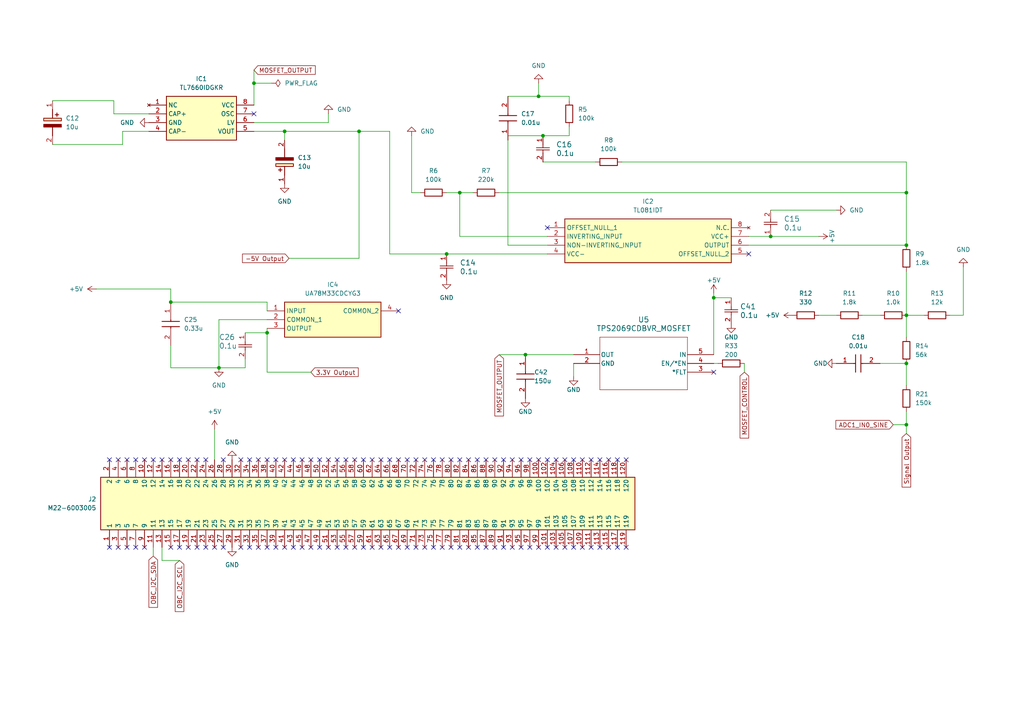
<source format=kicad_sch>
(kicad_sch (version 20230121) (generator eeschema)
  (paper "A4")
  (title_block (title "Power and Sine Generator"))
  (lib_symbols
    (symbol "Device:R" (pin_numbers hide) (pin_names (offset 0))
      (property "Reference" "R" (at 2.032 0 90))
      (property "Value" "R" (at 0 0 90))
      (symbol "R_0_1"
        (rectangle (start -1.016 -2.54) (end 1.016 2.54) (stroke (width 0.254)))
      )
      (symbol "R_1_1"
        (pin passive line (at 0 3.81 270) (length 1.27) (name "~") (number "1"))
        (pin passive line (at 0 -3.81 90) (length 1.27) (name "~") (number "2"))
      )
    )
    (symbol "capstone:C0805C103F5GACTU" (pin_names hide)
      (property "Reference" "C" (at 8.89 6.35 0))
      (property "Value" "C0805C103F5GACTU" (at 8.89 3.81 0))
      (symbol "C0805C103F5GACTU_1_1"
        (polyline (pts (xy 5.08 0) (xy 5.588 0)) (stroke (width 0.254)))
        (polyline (pts (xy 5.588 2.54) (xy 5.588 -2.54)) (stroke (width 0.254)))
        (polyline (pts (xy 7.112 0) (xy 7.62 0)) (stroke (width 0.254)))
        (polyline (pts (xy 7.112 2.54) (xy 7.112 -2.54)) (stroke (width 0.254)))
        (pin passive line (at 0 0 0) (length 5.08) (name "1") (number "1"))
        (pin passive line (at 12.7 0 180) (length 5.08) (name "2") (number "2"))
      )
    )
    (symbol "capstone:C0805C104K5RAC7210" (pin_names (offset 0.254))
      (property "Reference" "C" (at 3.81 3.81 0))
      (property "Value" "C0805C104K5RAC7210" (at 3.81 -3.81 0))
      (symbol "C0805C104K5RAC7210_1_1"
        (polyline (pts (xy 2.54 0) (xy 3.4798 0)) (stroke (width 0.2032)))
        (polyline (pts (xy 3.4798 -1.905) (xy 3.4798 1.905)) (stroke (width 0.2032)))
        (polyline (pts (xy 4.1148 -1.905) (xy 4.1148 1.905)) (stroke (width 0.2032)))
        (polyline (pts (xy 4.1148 0) (xy 5.08 0)) (stroke (width 0.2032)))
        (pin unspecified line (at 0 0 0) (length 2.54) (name "") (number "1"))
        (pin unspecified line (at 7.62 0 180) (length 2.54) (name "") (number "2"))
      )
      (symbol "C0805C104K5RAC7210_1_2"
        (polyline (pts (xy -1.905 -4.1148) (xy 1.905 -4.1148)) (stroke (width 0.2032)))
        (polyline (pts (xy -1.905 -3.4798) (xy 1.905 -3.4798)) (stroke (width 0.2032)))
        (polyline (pts (xy 0 -4.1148) (xy 0 -5.08)) (stroke (width 0.2032)))
        (polyline (pts (xy 0 -2.54) (xy 0 -3.4798)) (stroke (width 0.2032)))
        (pin unspecified line (at 0 0 270) (length 2.54) (name "") (number "1"))
        (pin unspecified line (at 0 -7.62 90) (length 2.54) (name "") (number "2"))
      )
    )
    (symbol "capstone:C0805C334K3RACAUTO7210" (pin_names hide)
      (property "Reference" "C" (at 8.89 6.35 0))
      (property "Value" "0.33u" (at 8.89 3.81 0))
      (symbol "C0805C334K3RACAUTO7210_1_1"
        (polyline (pts (xy 5.08 0) (xy 5.588 0)) (stroke (width 0.254)))
        (polyline (pts (xy 5.588 2.54) (xy 5.588 -2.54)) (stroke (width 0.254)))
        (polyline (pts (xy 7.112 0) (xy 7.62 0)) (stroke (width 0.254)))
        (polyline (pts (xy 7.112 2.54) (xy 7.112 -2.54)) (stroke (width 0.254)))
        (pin passive line (at 0 0 0) (length 5.08) (name "1") (number "1"))
        (pin passive line (at 12.7 0 180) (length 5.08) (name "2") (number "2"))
      )
    )
    (symbol "capstone:CL32A157MQVNNNE_150u" (pin_names hide)
      (property "Reference" "C" (at 8.89 6.35 0))
      (property "Value" "CL32A157MQVNNNE_150u" (at 8.89 3.81 0))
      (symbol "CL32A157MQVNNNE_150u_1_1"
        (polyline (pts (xy 5.08 0) (xy 5.588 0)) (stroke (width 0.254)))
        (polyline (pts (xy 5.588 2.54) (xy 5.588 -2.54)) (stroke (width 0.254)))
        (polyline (pts (xy 7.112 0) (xy 7.62 0)) (stroke (width 0.254)))
        (polyline (pts (xy 7.112 2.54) (xy 7.112 -2.54)) (stroke (width 0.254)))
        (pin passive line (at 0 0 0) (length 5.08) (name "1") (number "1"))
        (pin passive line (at 12.7 0 180) (length 5.08) (name "2") (number "2"))
      )
    )
    (symbol "capstone:M22-6003005"
      (property "Reference" "J" (at 21.59 7.62 0))
      (property "Value" "M22-6003005" (at 21.59 5.08 0))
      (symbol "M22-6003005_1_1"
        (rectangle (start 5.08 2.54) (end 20.32 -152.4) (stroke (width 0.254)) (fill (type background)))
        (pin passive line (at 0 0 0) (length 5.08) (name "1") (number "1"))
        (pin passive line (at 25.4 -10.16 180) (length 5.08) (name "10") (number "10"))
        (pin passive line (at 25.4 -124.46 180) (length 5.08) (name "100") (number "100"))
        (pin passive line (at 0 -127 0) (length 5.08) (name "101") (number "101"))
        (pin passive line (at 25.4 -127 180) (length 5.08) (name "102") (number "102"))
        (pin passive line (at 0 -129.54 0) (length 5.08) (name "103") (number "103"))
        (pin passive line (at 25.4 -129.54 180) (length 5.08) (name "104") (number "104"))
        (pin passive line (at 0 -132.08 0) (length 5.08) (name "105") (number "105"))
        (pin passive line (at 25.4 -132.08 180) (length 5.08) (name "106") (number "106"))
        (pin passive line (at 0 -134.62 0) (length 5.08) (name "107") (number "107"))
        (pin passive line (at 25.4 -134.62 180) (length 5.08) (name "108") (number "108"))
        (pin passive line (at 0 -137.16 0) (length 5.08) (name "109") (number "109"))
        (pin passive line (at 0 -12.7 0) (length 5.08) (name "11") (number "11"))
        (pin passive line (at 25.4 -137.16 180) (length 5.08) (name "110") (number "110"))
        (pin passive line (at 0 -139.7 0) (length 5.08) (name "111") (number "111"))
        (pin passive line (at 25.4 -139.7 180) (length 5.08) (name "112") (number "112"))
        (pin passive line (at 0 -142.24 0) (length 5.08) (name "113") (number "113"))
        (pin passive line (at 25.4 -142.24 180) (length 5.08) (name "114") (number "114"))
        (pin passive line (at 0 -144.78 0) (length 5.08) (name "115") (number "115"))
        (pin passive line (at 25.4 -144.78 180) (length 5.08) (name "116") (number "116"))
        (pin passive line (at 0 -147.32 0) (length 5.08) (name "117") (number "117"))
        (pin passive line (at 25.4 -147.32 180) (length 5.08) (name "118") (number "118"))
        (pin passive line (at 0 -149.86 0) (length 5.08) (name "119") (number "119"))
        (pin passive line (at 25.4 -12.7 180) (length 5.08) (name "12") (number "12"))
        (pin passive line (at 25.4 -149.86 180) (length 5.08) (name "120") (number "120"))
        (pin passive line (at 0 -15.24 0) (length 5.08) (name "13") (number "13"))
        (pin passive line (at 25.4 -15.24 180) (length 5.08) (name "14") (number "14"))
        (pin passive line (at 0 -17.78 0) (length 5.08) (name "15") (number "15"))
        (pin passive line (at 25.4 -17.78 180) (length 5.08) (name "16") (number "16"))
        (pin passive line (at 0 -20.32 0) (length 5.08) (name "17") (number "17"))
        (pin passive line (at 25.4 -20.32 180) (length 5.08) (name "18") (number "18"))
        (pin passive line (at 0 -22.86 0) (length 5.08) (name "19") (number "19"))
        (pin passive line (at 25.4 0 180) (length 5.08) (name "2") (number "2"))
        (pin passive line (at 25.4 -22.86 180) (length 5.08) (name "20") (number "20"))
        (pin passive line (at 0 -25.4 0) (length 5.08) (name "21") (number "21"))
        (pin passive line (at 25.4 -25.4 180) (length 5.08) (name "22") (number "22"))
        (pin passive line (at 0 -27.94 0) (length 5.08) (name "23") (number "23"))
        (pin passive line (at 25.4 -27.94 180) (length 5.08) (name "24") (number "24"))
        (pin passive line (at 0 -30.48 0) (length 5.08) (name "25") (number "25"))
        (pin passive line (at 25.4 -30.48 180) (length 5.08) (name "26") (number "26"))
        (pin passive line (at 0 -33.02 0) (length 5.08) (name "27") (number "27"))
        (pin passive line (at 25.4 -33.02 180) (length 5.08) (name "28") (number "28"))
        (pin passive line (at 0 -35.56 0) (length 5.08) (name "29") (number "29"))
        (pin passive line (at 0 -2.54 0) (length 5.08) (name "3") (number "3"))
        (pin passive line (at 25.4 -35.56 180) (length 5.08) (name "30") (number "30"))
        (pin passive line (at 0 -38.1 0) (length 5.08) (name "31") (number "31"))
        (pin passive line (at 25.4 -38.1 180) (length 5.08) (name "32") (number "32"))
        (pin passive line (at 0 -40.64 0) (length 5.08) (name "33") (number "33"))
        (pin passive line (at 25.4 -40.64 180) (length 5.08) (name "34") (number "34"))
        (pin passive line (at 0 -43.18 0) (length 5.08) (name "35") (number "35"))
        (pin passive line (at 25.4 -43.18 180) (length 5.08) (name "36") (number "36"))
        (pin passive line (at 0 -45.72 0) (length 5.08) (name "37") (number "37"))
        (pin passive line (at 25.4 -45.72 180) (length 5.08) (name "38") (number "38"))
        (pin passive line (at 0 -48.26 0) (length 5.08) (name "39") (number "39"))
        (pin passive line (at 25.4 -2.54 180) (length 5.08) (name "4") (number "4"))
        (pin passive line (at 25.4 -48.26 180) (length 5.08) (name "40") (number "40"))
        (pin passive line (at 0 -50.8 0) (length 5.08) (name "41") (number "41"))
        (pin passive line (at 25.4 -50.8 180) (length 5.08) (name "42") (number "42"))
        (pin passive line (at 0 -53.34 0) (length 5.08) (name "43") (number "43"))
        (pin passive line (at 25.4 -53.34 180) (length 5.08) (name "44") (number "44"))
        (pin passive line (at 0 -55.88 0) (length 5.08) (name "45") (number "45"))
        (pin passive line (at 25.4 -55.88 180) (length 5.08) (name "46") (number "46"))
        (pin passive line (at 0 -58.42 0) (length 5.08) (name "47") (number "47"))
        (pin passive line (at 25.4 -58.42 180) (length 5.08) (name "48") (number "48"))
        (pin passive line (at 0 -60.96 0) (length 5.08) (name "49") (number "49"))
        (pin passive line (at 0 -5.08 0) (length 5.08) (name "5") (number "5"))
        (pin passive line (at 25.4 -60.96 180) (length 5.08) (name "50") (number "50"))
        (pin passive line (at 0 -63.5 0) (length 5.08) (name "51") (number "51"))
        (pin passive line (at 25.4 -63.5 180) (length 5.08) (name "52") (number "52"))
        (pin passive line (at 0 -66.04 0) (length 5.08) (name "53") (number "53"))
        (pin passive line (at 25.4 -66.04 180) (length 5.08) (name "54") (number "54"))
        (pin passive line (at 0 -68.58 0) (length 5.08) (name "55") (number "55"))
        (pin passive line (at 25.4 -68.58 180) (length 5.08) (name "56") (number "56"))
        (pin passive line (at 0 -71.12 0) (length 5.08) (name "57") (number "57"))
        (pin passive line (at 25.4 -71.12 180) (length 5.08) (name "58") (number "58"))
        (pin passive line (at 0 -73.66 0) (length 5.08) (name "59") (number "59"))
        (pin passive line (at 25.4 -5.08 180) (length 5.08) (name "6") (number "6"))
        (pin passive line (at 25.4 -73.66 180) (length 5.08) (name "60") (number "60"))
        (pin passive line (at 0 -76.2 0) (length 5.08) (name "61") (number "61"))
        (pin passive line (at 25.4 -76.2 180) (length 5.08) (name "62") (number "62"))
        (pin passive line (at 0 -78.74 0) (length 5.08) (name "63") (number "63"))
        (pin passive line (at 25.4 -78.74 180) (length 5.08) (name "64") (number "64"))
        (pin passive line (at 0 -81.28 0) (length 5.08) (name "65") (number "65"))
        (pin passive line (at 25.4 -81.28 180) (length 5.08) (name "66") (number "66"))
        (pin passive line (at 0 -83.82 0) (length 5.08) (name "67") (number "67"))
        (pin passive line (at 25.4 -83.82 180) (length 5.08) (name "68") (number "68"))
        (pin passive line (at 0 -86.36 0) (length 5.08) (name "69") (number "69"))
        (pin passive line (at 0 -7.62 0) (length 5.08) (name "7") (number "7"))
        (pin passive line (at 25.4 -86.36 180) (length 5.08) (name "70") (number "70"))
        (pin passive line (at 0 -88.9 0) (length 5.08) (name "71") (number "71"))
        (pin passive line (at 25.4 -88.9 180) (length 5.08) (name "72") (number "72"))
        (pin passive line (at 0 -91.44 0) (length 5.08) (name "73") (number "73"))
        (pin passive line (at 25.4 -91.44 180) (length 5.08) (name "74") (number "74"))
        (pin passive line (at 0 -93.98 0) (length 5.08) (name "75") (number "75"))
        (pin passive line (at 25.4 -93.98 180) (length 5.08) (name "76") (number "76"))
        (pin passive line (at 0 -96.52 0) (length 5.08) (name "77") (number "77"))
        (pin passive line (at 25.4 -96.52 180) (length 5.08) (name "78") (number "78"))
        (pin passive line (at 0 -99.06 0) (length 5.08) (name "79") (number "79"))
        (pin passive line (at 25.4 -7.62 180) (length 5.08) (name "8") (number "8"))
        (pin passive line (at 25.4 -99.06 180) (length 5.08) (name "80") (number "80"))
        (pin passive line (at 0 -101.6 0) (length 5.08) (name "81") (number "81"))
        (pin passive line (at 25.4 -101.6 180) (length 5.08) (name "82") (number "82"))
        (pin passive line (at 0 -104.14 0) (length 5.08) (name "83") (number "83"))
        (pin passive line (at 25.4 -104.14 180) (length 5.08) (name "84") (number "84"))
        (pin passive line (at 0 -106.68 0) (length 5.08) (name "85") (number "85"))
        (pin passive line (at 25.4 -106.68 180) (length 5.08) (name "86") (number "86"))
        (pin passive line (at 0 -109.22 0) (length 5.08) (name "87") (number "87"))
        (pin passive line (at 25.4 -109.22 180) (length 5.08) (name "88") (number "88"))
        (pin passive line (at 0 -111.76 0) (length 5.08) (name "89") (number "89"))
        (pin passive line (at 0 -10.16 0) (length 5.08) (name "9") (number "9"))
        (pin passive line (at 25.4 -111.76 180) (length 5.08) (name "90") (number "90"))
        (pin passive line (at 0 -114.3 0) (length 5.08) (name "91") (number "91"))
        (pin passive line (at 25.4 -114.3 180) (length 5.08) (name "92") (number "92"))
        (pin passive line (at 0 -116.84 0) (length 5.08) (name "93") (number "93"))
        (pin passive line (at 25.4 -116.84 180) (length 5.08) (name "94") (number "94"))
        (pin passive line (at 0 -119.38 0) (length 5.08) (name "95") (number "95"))
        (pin passive line (at 25.4 -119.38 180) (length 5.08) (name "96") (number "96"))
        (pin passive line (at 0 -121.92 0) (length 5.08) (name "97") (number "97"))
        (pin passive line (at 25.4 -121.92 180) (length 5.08) (name "98") (number "98"))
        (pin passive line (at 0 -124.46 0) (length 5.08) (name "99") (number "99"))
      )
    )
    (symbol "capstone:T495D106K035ATE300" (pin_names hide)
      (property "Reference" "C" (at 8.89 6.35 0))
      (property "Value" "T495D106K035ATE300" (at 8.89 3.81 0))
      (symbol "T495D106K035ATE300_1_1"
        (polyline (pts (xy 2.54 0) (xy 5.08 0)) (stroke (width 0.254)))
        (polyline (pts (xy 4.064 1.778) (xy 4.064 0.762)) (stroke (width 0.254)))
        (polyline (pts (xy 4.572 1.27) (xy 3.556 1.27)) (stroke (width 0.254)))
        (polyline (pts (xy 7.62 0) (xy 10.16 0)) (stroke (width 0.254)))
        (polyline (pts (xy 7.62 2.54) (xy 7.62 -2.54) (xy 6.858 -2.54) (xy 6.858 2.54) (xy 7.62 2.54)) (stroke (width 0.254)) (fill (type outline)))
        (rectangle (start 5.08 2.54) (end 5.842 -2.54) (stroke (width 0.254)) (fill (type background)))
        (pin passive line (at 0 0 0) (length 2.54) (name "+") (number "1"))
        (pin passive line (at 12.7 0 180) (length 2.54) (name "-") (number "2"))
      )
    )
    (symbol "capstone:TL081IDT"
      (property "Reference" "IC" (at 54.61 7.62 0))
      (property "Value" "TL081IDT" (at 54.61 5.08 0))
      (symbol "TL081IDT_1_1"
        (rectangle (start 5.08 2.54) (end 53.34 -10.16) (stroke (width 0.254)) (fill (type background)))
        (pin passive line (at 0 0 0) (length 5.08) (name "OFFSET_NULL_1") (number "1"))
        (pin passive line (at 0 -2.54 0) (length 5.08) (name "INVERTING_INPUT") (number "2"))
        (pin passive line (at 0 -5.08 0) (length 5.08) (name "NON-INVERTING_INPUT") (number "3"))
        (pin passive line (at 0 -7.62 0) (length 5.08) (name "VCC-") (number "4"))
        (pin passive line (at 58.42 -7.62 180) (length 5.08) (name "OFFSET_NULL_2") (number "5"))
        (pin passive line (at 58.42 -5.08 180) (length 5.08) (name "OUTPUT") (number "6"))
        (pin passive line (at 58.42 -2.54 180) (length 5.08) (name "VCC+") (number "7"))
        (pin no_connect line (at 58.42 0 180) (length 5.08) (name "N.C.") (number "8"))
      )
    )
    (symbol "capstone:TL7660IDGKR"
      (property "Reference" "IC" (at 26.67 7.62 0))
      (property "Value" "TL7660IDGKR" (at 26.67 5.08 0))
      (symbol "TL7660IDGKR_1_1"
        (rectangle (start 5.08 2.54) (end 25.4 -10.16) (stroke (width 0.254)) (fill (type background)))
        (pin no_connect line (at 0 0 0) (length 5.08) (name "NC") (number "1"))
        (pin passive line (at 0 -2.54 0) (length 5.08) (name "CAP+") (number "2"))
        (pin passive line (at 0 -5.08 0) (length 5.08) (name "GND") (number "3"))
        (pin passive line (at 0 -7.62 0) (length 5.08) (name "CAP-") (number "4"))
        (pin passive line (at 30.48 -7.62 180) (length 5.08) (name "VOUT") (number "5"))
        (pin passive line (at 30.48 -5.08 180) (length 5.08) (name "LV") (number "6"))
        (pin passive line (at 30.48 -2.54 180) (length 5.08) (name "OSC") (number "7"))
        (pin passive line (at 30.48 0 180) (length 5.08) (name "VCC") (number "8"))
      )
    )
    (symbol "capstone:TPS2069CDBVR_MF" (pin_names (offset 0.254))
      (property "Reference" "U" (at 20.32 10.16 0))
      (property "Value" "TPS2069CDBVR_MF" (at 20.32 7.62 0))
      (symbol "TPS2069CDBVR_MF_0_1"
        (polyline (pts (xy 7.62 -10.16) (xy 33.02 -10.16)) (stroke (width 0.127)))
        (polyline (pts (xy 7.62 5.08) (xy 7.62 -10.16)) (stroke (width 0.127)))
        (polyline (pts (xy 33.02 -10.16) (xy 33.02 5.08)) (stroke (width 0.127)))
        (polyline (pts (xy 33.02 5.08) (xy 7.62 5.08)) (stroke (width 0.127)))
        (pin output line (at 0 0 0) (length 7.62) (name "OUT") (number "1"))
        (pin power_in line (at 0 -2.54 0) (length 7.62) (name "GND") (number "2"))
        (pin output line (at 40.64 -5.08 180) (length 7.62) (name "*FLT") (number "3"))
        (pin input line (at 40.64 -2.54 180) (length 7.62) (name "EN/*EN") (number "4"))
        (pin input line (at 40.64 0 180) (length 7.62) (name "IN") (number "5"))
      )
    )
    (symbol "capstone:UA78M33CDCYG3"
      (property "Reference" "IC" (at 34.29 7.62 0))
      (property "Value" "UA78M33CDCYG3" (at 34.29 5.08 0))
      (symbol "UA78M33CDCYG3_1_1"
        (rectangle (start 5.08 2.54) (end 33.02 -7.62) (stroke (width 0.254)) (fill (type background)))
        (pin passive line (at 0 0 0) (length 5.08) (name "INPUT") (number "1"))
        (pin passive line (at 0 -2.54 0) (length 5.08) (name "COMMON_1") (number "2"))
        (pin passive line (at 0 -5.08 0) (length 5.08) (name "OUTPUT") (number "3"))
        (pin passive line (at 38.1 0 180) (length 5.08) (name "COMMON_2") (number "4"))
      )
    )
    (symbol "power:+5V" (power) (pin_names (offset 0))
      (property "Value" "+5V" (at 0 3.556 0))
      (symbol "+5V_0_1"
        (polyline (pts (xy -0.762 1.27) (xy 0 2.54)))
        (polyline (pts (xy 0 0) (xy 0 2.54)))
        (polyline (pts (xy 0 2.54) (xy 0.762 1.27)))
      )
      (symbol "+5V_1_1"
        (pin power_in line (at 0 0 90) (length 0) hide (name "+5V") (number "1"))
      )
    )
    (symbol "power:GND" (power) (pin_names (offset 0))
      (property "Value" "GND" (at 0 -3.81 0))
      (symbol "GND_0_1"
        (polyline (pts (xy 0 0) (xy 0 -1.27) (xy 1.27 -1.27) (xy 0 -2.54) (xy -1.27 -1.27) (xy 0 -1.27)))
      )
      (symbol "GND_1_1"
        (pin power_in line (at 0 0 270) (length 0) hide (name "GND") (number "1"))
      )
    )
    (symbol "power:PWR_FLAG" (power) (pin_numbers hide) (pin_names (offset 0) hide)
      (property "Value" "PWR_FLAG" (at 0 3.81 0))
      (symbol "PWR_FLAG_0_0"
        (pin power_out line (at 0 0 90) (length 0) (name "pwr") (number "1"))
      )
      (symbol "PWR_FLAG_0_1"
        (polyline (pts (xy 0 0) (xy 0 1.27) (xy -1.016 1.905) (xy 0 2.54) (xy 1.016 1.905) (xy 0 1.27)))
      )
    )
  )
  (junction (at 262.89 71.12))
  (junction (at 129.54 73.66))
  (junction (at 157.48 39.37))
  (junction (at 49.53 87.63))
  (junction (at 262.89 91.44))
  (junction (at 133.35 55.88))
  (junction (at 262.89 105.41))
  (junction (at 73.66 24.13))
  (junction (at 152.4 102.87))
  (junction (at 262.89 55.88))
  (junction (at 63.5 106.68))
  (junction (at 77.47 96.52))
  (junction (at 82.55 38.1))
  (junction (at 262.89 123.19))
  (junction (at 156.21 27.94))
  (junction (at 207.01 86.36))
  (junction (at 104.14 38.1))
  (junction (at 223.52 68.58))
  (no_connect (at 158.75 133.35))
  (no_connect (at 173.99 133.35))
  (no_connect (at 115.57 90.17))
  (no_connect (at 113.03 133.35))
  (no_connect (at 85.09 133.35))
  (no_connect (at 97.79 133.35))
  (no_connect (at 92.71 133.35))
  (no_connect (at 39.37 158.75))
  (no_connect (at 153.67 158.75))
  (no_connect (at 107.95 133.35))
  (no_connect (at 135.89 158.75))
  (no_connect (at 181.61 158.75))
  (no_connect (at 168.91 158.75))
  (no_connect (at 125.73 133.35))
  (no_connect (at 102.87 133.35))
  (no_connect (at 140.97 133.35))
  (no_connect (at 36.83 133.35))
  (no_connect (at 135.89 133.35))
  (no_connect (at 179.07 158.75))
  (no_connect (at 44.45 133.35))
  (no_connect (at 158.75 158.75))
  (no_connect (at 57.15 133.35))
  (no_connect (at 90.17 133.35))
  (no_connect (at 166.37 158.75))
  (no_connect (at 151.13 158.75))
  (no_connect (at 156.21 133.35))
  (no_connect (at 173.99 158.75))
  (no_connect (at 130.81 158.75))
  (no_connect (at 34.29 133.35))
  (no_connect (at 130.81 133.35))
  (no_connect (at 146.05 133.35))
  (no_connect (at 46.99 133.35))
  (no_connect (at 176.53 133.35))
  (no_connect (at 176.53 158.75))
  (no_connect (at 163.83 158.75))
  (no_connect (at 133.35 133.35))
  (no_connect (at 140.97 158.75))
  (no_connect (at 143.51 133.35))
  (no_connect (at 105.41 158.75))
  (no_connect (at 118.11 158.75))
  (no_connect (at 87.63 158.75))
  (no_connect (at 120.65 158.75))
  (no_connect (at 133.35 158.75))
  (no_connect (at 163.83 133.35))
  (no_connect (at 49.53 158.75))
  (no_connect (at 123.19 133.35))
  (no_connect (at 77.47 133.35))
  (no_connect (at 217.17 73.66))
  (no_connect (at 115.57 158.75))
  (no_connect (at 120.65 133.35))
  (no_connect (at 125.73 158.75))
  (no_connect (at 57.15 158.75))
  (no_connect (at 31.75 158.75))
  (no_connect (at 161.29 133.35))
  (no_connect (at 52.07 158.75))
  (no_connect (at 82.55 133.35))
  (no_connect (at 41.91 158.75))
  (no_connect (at 80.01 158.75))
  (no_connect (at 69.85 133.35))
  (no_connect (at 166.37 133.35))
  (no_connect (at 171.45 133.35))
  (no_connect (at 74.93 158.75))
  (no_connect (at 64.77 133.35))
  (no_connect (at 82.55 158.75))
  (no_connect (at 138.43 133.35))
  (no_connect (at 181.61 133.35))
  (no_connect (at 36.83 158.75))
  (no_connect (at 179.07 133.35))
  (no_connect (at 113.03 158.75))
  (no_connect (at 107.95 158.75))
  (no_connect (at 80.01 133.35))
  (no_connect (at 138.43 158.75))
  (no_connect (at 123.19 158.75))
  (no_connect (at 171.45 158.75))
  (no_connect (at 73.66 33.02))
  (no_connect (at 31.75 133.35))
  (no_connect (at 64.77 158.75))
  (no_connect (at 105.41 133.35))
  (no_connect (at 77.47 158.75))
  (no_connect (at 100.33 158.75))
  (no_connect (at 69.85 158.75))
  (no_connect (at 148.59 133.35))
  (no_connect (at 95.25 133.35))
  (no_connect (at 118.11 133.35))
  (no_connect (at 72.39 133.35))
  (no_connect (at 128.27 158.75))
  (no_connect (at 39.37 133.35))
  (no_connect (at 72.39 158.75))
  (no_connect (at 146.05 158.75))
  (no_connect (at 128.27 133.35))
  (no_connect (at 62.23 158.75))
  (no_connect (at 100.33 133.35))
  (no_connect (at 151.13 133.35))
  (no_connect (at 168.91 133.35))
  (no_connect (at 158.75 66.04))
  (no_connect (at 110.49 158.75))
  (no_connect (at 52.07 133.35))
  (no_connect (at 59.69 158.75))
  (no_connect (at 34.29 158.75))
  (no_connect (at 59.69 133.35))
  (no_connect (at 41.91 133.35))
  (no_connect (at 49.53 133.35))
  (no_connect (at 102.87 158.75))
  (no_connect (at 54.61 133.35))
  (no_connect (at 85.09 158.75))
  (no_connect (at 115.57 133.35))
  (no_connect (at 110.49 133.35))
  (no_connect (at 148.59 158.75))
  (no_connect (at 207.01 107.95))
  (no_connect (at 161.29 158.75))
  (no_connect (at 54.61 158.75))
  (no_connect (at 143.51 158.75))
  (no_connect (at 87.63 133.35))
  (no_connect (at 92.71 158.75))
  (no_connect (at 156.21 158.75))
  (no_connect (at 95.25 158.75))
  (no_connect (at 97.79 158.75))
  (no_connect (at 153.67 133.35))
  (no_connect (at 90.17 158.75))
  (no_connect (at 74.93 133.35))
  (wire (pts (xy 35.56 38.1) (xy 43.18 38.1)))
  (wire (pts (xy 77.47 96.52) (xy 77.47 95.25)))
  (wire (pts (xy 147.32 39.37) (xy 157.48 39.37)))
  (wire (pts (xy 49.53 87.63) (xy 77.47 87.63)))
  (wire (pts (xy 165.1 39.37) (xy 165.1 36.83)))
  (wire (pts (xy 77.47 87.63) (xy 77.47 90.17)))
  (wire (pts (xy 255.27 105.41) (xy 262.89 105.41)))
  (wire (pts (xy 78.74 24.13) (xy 73.66 24.13)))
  (wire (pts (xy 144.78 102.87) (xy 152.4 102.87)))
  (wire (pts (xy 71.12 106.68) (xy 63.5 106.68)))
  (wire (pts (xy 129.54 73.66) (xy 158.75 73.66)))
  (wire (pts (xy 104.14 38.1) (xy 104.14 74.93)))
  (wire (pts (xy 144.78 55.88) (xy 262.89 55.88)))
  (wire (pts (xy 33.02 29.21) (xy 33.02 33.02)))
  (wire (pts (xy 262.89 46.99) (xy 262.89 55.88)))
  (wire (pts (xy 156.21 24.13) (xy 156.21 27.94)))
  (wire (pts (xy 63.5 106.68) (xy 63.5 92.71)))
  (wire (pts (xy 262.89 55.88) (xy 262.89 71.12)))
  (wire (pts (xy 180.34 46.99) (xy 262.89 46.99)))
  (wire (pts (xy 262.89 91.44) (xy 267.97 91.44)))
  (wire (pts (xy 166.37 109.22) (xy 166.37 105.41)))
  (wire (pts (xy 44.45 158.75) (xy 44.45 161.29)))
  (wire (pts (xy 207.01 86.36) (xy 207.01 102.87)))
  (wire (pts (xy 95.25 35.56) (xy 73.66 35.56)))
  (wire (pts (xy 242.57 60.96) (xy 223.52 60.96)))
  (wire (pts (xy 156.21 27.94) (xy 165.1 27.94)))
  (wire (pts (xy 77.47 96.52) (xy 77.47 107.95)))
  (wire (pts (xy 262.89 91.44) (xy 262.89 97.79)))
  (wire (pts (xy 35.56 41.91) (xy 35.56 38.1)))
  (wire (pts (xy 113.03 38.1) (xy 113.03 73.66)))
  (wire (pts (xy 83.82 74.93) (xy 104.14 74.93)))
  (wire (pts (xy 262.89 123.19) (xy 262.89 125.73)))
  (wire (pts (xy 215.9 107.95) (xy 215.9 105.41)))
  (wire (pts (xy 104.14 38.1) (xy 113.03 38.1)))
  (wire (pts (xy 119.38 39.37) (xy 119.38 55.88)))
  (wire (pts (xy 223.52 68.58) (xy 237.49 68.58)))
  (wire (pts (xy 250.19 91.44) (xy 255.27 91.44)))
  (wire (pts (xy 46.99 162.56) (xy 46.99 158.75)))
  (wire (pts (xy 217.17 71.12) (xy 262.89 71.12)))
  (wire (pts (xy 71.12 96.52) (xy 77.47 96.52)))
  (wire (pts (xy 207.01 105.41) (xy 208.28 105.41)))
  (wire (pts (xy 82.55 38.1) (xy 82.55 40.64)))
  (wire (pts (xy 73.66 24.13) (xy 73.66 30.48)))
  (wire (pts (xy 71.12 104.14) (xy 71.12 106.68)))
  (wire (pts (xy 129.54 55.88) (xy 133.35 55.88)))
  (wire (pts (xy 73.66 20.32) (xy 73.66 24.13)))
  (wire (pts (xy 95.25 33.02) (xy 95.25 35.56)))
  (wire (pts (xy 49.53 100.33) (xy 49.53 106.68)))
  (wire (pts (xy 147.32 27.94) (xy 156.21 27.94)))
  (wire (pts (xy 15.24 41.91) (xy 35.56 41.91)))
  (wire (pts (xy 262.89 78.74) (xy 262.89 91.44)))
  (wire (pts (xy 133.35 55.88) (xy 133.35 68.58)))
  (wire (pts (xy 77.47 107.95) (xy 90.17 107.95)))
  (wire (pts (xy 49.53 106.68) (xy 63.5 106.68)))
  (wire (pts (xy 165.1 27.94) (xy 165.1 29.21)))
  (wire (pts (xy 279.4 77.47) (xy 279.4 91.44)))
  (wire (pts (xy 113.03 73.66) (xy 129.54 73.66)))
  (wire (pts (xy 73.66 38.1) (xy 82.55 38.1)))
  (wire (pts (xy 33.02 33.02) (xy 43.18 33.02)))
  (wire (pts (xy 49.53 83.82) (xy 49.53 87.63)))
  (wire (pts (xy 237.49 91.44) (xy 242.57 91.44)))
  (wire (pts (xy 157.48 46.99) (xy 172.72 46.99)))
  (wire (pts (xy 119.38 55.88) (xy 121.92 55.88)))
  (wire (pts (xy 27.94 83.82) (xy 49.53 83.82)))
  (wire (pts (xy 63.5 92.71) (xy 77.47 92.71)))
  (wire (pts (xy 133.35 68.58) (xy 158.75 68.58)))
  (wire (pts (xy 152.4 102.87) (xy 166.37 102.87)))
  (wire (pts (xy 147.32 71.12) (xy 158.75 71.12)))
  (wire (pts (xy 207.01 86.36) (xy 212.09 86.36)))
  (wire (pts (xy 279.4 91.44) (xy 275.59 91.44)))
  (wire (pts (xy 207.01 85.09) (xy 207.01 86.36)))
  (wire (pts (xy 157.48 39.37) (xy 165.1 39.37)))
  (wire (pts (xy 15.24 29.21) (xy 33.02 29.21)))
  (wire (pts (xy 259.08 123.19) (xy 262.89 123.19)))
  (wire (pts (xy 262.89 105.41) (xy 262.89 111.76)))
  (wire (pts (xy 52.07 162.56) (xy 46.99 162.56)))
  (wire (pts (xy 82.55 38.1) (xy 104.14 38.1)))
  (wire (pts (xy 217.17 68.58) (xy 223.52 68.58)))
  (wire (pts (xy 147.32 40.64) (xy 147.32 71.12)))
  (wire (pts (xy 133.35 55.88) (xy 137.16 55.88)))
  (wire (pts (xy 62.23 124.46) (xy 62.23 133.35)))
  (wire (pts (xy 262.89 119.38) (xy 262.89 123.19)))
  (global_label "ADC1_IN0_SINE" (shape input) (at 259.08 123.19 180) (property "Intersheetrefs" "${INTERSHEET_REFS}" (effects hide)))
  (global_label "Signal Output" (shape input) (at 262.89 125.73 270) (property "Intersheetrefs" "${INTERSHEET_REFS}" (effects hide)))
  (global_label "-5V Output" (shape input) (at 83.82 74.93 180) (property "Intersheetrefs" "${INTERSHEET_REFS}" (effects hide)))
  (global_label "MOSFET_CONTROL" (shape input) (at 215.9 107.95 270) (property "Intersheetrefs" "${INTERSHEET_REFS}" (effects hide)))
  (global_label "MOSFET_OUTPUT" (shape input) (at 144.78 102.87 270) (property "Intersheetrefs" "${INTERSHEET_REFS}" (effects hide)))
  (global_label "OBC_I2C_SDA" (shape input) (at 44.45 161.29 270) (property "Intersheetrefs" "${INTERSHEET_REFS}" (effects hide)))
  (global_label "OBC_I2C_SCL" (shape input) (at 52.07 162.56 270) (property "Intersheetrefs" "${INTERSHEET_REFS}" (effects hide)))
  (global_label "MOSFET_OUTPUT" (shape input) (at 73.66 20.32 0) (property "Intersheetrefs" "${INTERSHEET_REFS}" (effects hide)))
  (global_label "3.3V Output" (shape input) (at 90.17 107.95 0) (property "Intersheetrefs" "${INTERSHEET_REFS}" (effects hide)))
  (symbol (lib_id "capstone:T495D106K035ATE300") (at 82.55 53.34 90) (unit 1)
    (property "Reference" "C13" (at 86.36 45.72 90) (effects (justify right)))
    (property "Value" "10u" (at 86.36 48.26 90) (effects (justify right)))
    (property "Footprint" "capstone:T495D" (effects hide))
    (property "Datasheet" "https://content.kemet.com/datasheets/KEM_T2009_T495.pdf" (effects hide))
    (property "Height" "3.1" (effects hide))
    (property "Mouser Part Number" "80-T495D106K035" (effects hide))
    (property "Mouser Price/Stock" "https://www.mouser.co.uk/ProductDetail/KEMET/T495D106K035ATE300?qs=WGttPWjGnKPjciLyydHM5g%3D%3D" (effects hide))
    (property "Manufacturer_Name" "KEMET" (effects hide))
    (property "Manufacturer_Part_Number" "T495D106K035ATE300" (effects hide))
  )
  (symbol (lib_id "capstone:M22-6003005") (at 31.75 158.75 90) (unit 1)
    (property "Reference" "J2" (at 27.94 144.78 90) (effects (justify left)))
    (property "Value" "M22-6003005" (at 27.94 147.32 90) (effects (justify left)))
    (property "Footprint" "capstone:RHDR120W55P200_4X30_6020X800X935P" (effects hide))
    (property "Datasheet" "https://cdn.harwin.com/pdfs/M22-600.pdf" (effects hide))
    (property "Height" "9.35" (effects hide))
    (property "Mouser Part Number" "855-M22-6003005" (effects hide))
    (property "Mouser Price/Stock" "https://www.mouser.co.uk/ProductDetail/Harwin/M22-6003005?qs=vF78I%252BjhbY%2FdH%2FDEyGHcvQ%3D%3D" (effects hide))
    (property "Manufacturer_Name" "Harwin" (effects hide))
    (property "Manufacturer_Part_Number" "M22-6003005" (effects hide))
  )
  (symbol (lib_id "power:GND") (at 156.21 24.13 180) (unit 1)
    (property "Reference" "#PWR025" (effects hide))
    (property "Value" "GND" (at 156.21 19.05 0))
  )
  (symbol (lib_id "Device:R") (at 246.38 91.44 90) (unit 1)
    (property "Reference" "R11" (at 246.38 85.09 90))
    (property "Value" "1.8k" (at 246.38 87.63 90))
    (property "Footprint" "Resistor_SMD:R_0402_1005Metric" (effects hide))
  )
  (symbol (lib_id "power:GND") (at 67.31 158.75 0) (unit 1)
    (property "Reference" "#PWR014" (effects hide))
    (property "Value" "GND" (at 67.31 163.83 0))
  )
  (symbol (lib_id "capstone:TL7660IDGKR") (at 43.18 30.48 0) (unit 1)
    (property "Reference" "IC1" (at 58.42 22.86 0))
    (property "Value" "TL7660IDGKR" (at 58.42 25.4 0))
    (property "Footprint" "capstone:SOIC127P600X175-8N" (effects hide))
    (property "Datasheet" "http://www.ti.com/lit/gpn/tl7660" (effects hide))
    (property "Height" "1.1" (effects hide))
    (property "Mouser Part Number" "595-TL7660IDGKR" (effects hide))
    (property "Mouser Price/Stock" "https://www.mouser.co.uk/ProductDetail/Texas-Instruments/TL7660IDGKR?qs=jZi1jxfVU94iT99xcAe44Q%3D%3D" (effects hide))
    (property "Manufacturer_Name" "Texas Instruments" (effects hide))
    (property "Manufacturer_Part_Number" "TL7660IDGKR" (effects hide))
  )
  (symbol (lib_id "Device:R") (at 233.68 91.44 90) (unit 1)
    (property "Reference" "R12" (at 233.68 85.09 90))
    (property "Value" "330" (at 233.68 87.63 90))
    (property "Footprint" "Resistor_SMD:R_0402_1005Metric" (effects hide))
  )
  (symbol (lib_id "capstone:TL081IDT") (at 158.75 66.04 0) (unit 1)
    (property "Reference" "IC2" (at 187.96 58.42 0))
    (property "Value" "TL081IDT" (at 187.96 60.96 0))
    (property "Footprint" "capstone:SOIC127P600X175-8N" (effects hide))
    (property "Datasheet" "https://www.st.com/resource/en/datasheet/tl081.pdf" (effects hide))
    (property "Height" "1.75" (effects hide))
    (property "Mouser Part Number" "511-TL081IDT" (effects hide))
    (property "Mouser Price/Stock" "https://www.mouser.co.uk/ProductDetail/STMicroelectronics/TL081IDT?qs=bSgnN8sgHFad67VsEbCtLw%3D%3D" (effects hide))
    (property "Manufacturer_Name" "STMicroelectronics" (effects hide))
    (property "Manufacturer_Part_Number" "TL081IDT" (effects hide))
  )
  (symbol (lib_id "capstone:CL32A157MQVNNNE_150u") (at 152.4 102.87 270) (unit 1)
    (property "Reference" "C42" (at 154.94 107.95 90) (effects (justify left)))
    (property "Value" "150u" (at 154.94 110.49 90) (effects (justify left)))
    (property "Footprint" "capstone:CAPC3225X280N_150U" (effects hide))
    (property "Datasheet" "https://octopart.com/datasheet/cl32a157mqvnnne-samsung-24958626" (effects hide))
    (property "Height" "2.8" (effects hide))
    (property "Mouser Part Number" "187-CL32A157MQVNNNE" (effects hide))
    (property "Mouser Price/Stock" "https://www.mouser.co.uk/ProductDetail/Samsung-Electro-Mechanics/CL32A157MQVNNNE?qs=o1waKiAPAqeOsXqB2m5tpw%3D%3D" (effects hide))
    (property "Manufacturer_Name" "SAMSUNG" (effects hide))
    (property "Manufacturer_Part_Number" "CL32A157MQVNNNE" (effects hide))
  )
  (symbol (lib_id "Device:R") (at 212.09 105.41 90) (unit 1)
    (property "Reference" "R33" (at 212.09 100.33 90))
    (property "Value" "200" (at 212.09 102.87 90))
    (property "Footprint" "Resistor_SMD:R_0402_1005Metric" (effects hide))
  )
  (symbol (lib_id "capstone:C0805C104K5RAC7210") (at 71.12 96.52 270) (unit 1)
    (property "Reference" "C26" (at 63.5 97.79 90) (effects (font (size 1.524 1.524)) (justify left)))
    (property "Value" "0.1u" (at 63.5 100.33 90) (effects (font (size 1.524 1.524)) (justify left)))
    (property "Footprint" "capstone:CAPC220145_88N_KEM-0.1u" (effects hide))
    (property "Datasheet" "C0805C104K5RAC7210" (effects hide))
  )
  (symbol (lib_id "power:GND") (at 242.57 105.41 270) (unit 1)
    (property "Reference" "#PWR028" (effects hide))
    (property "Value" "GND" (at 240.03 105.41 90) (effects (justify right)))
  )
  (symbol (lib_id "power:GND") (at 63.5 106.68 0) (unit 1)
    (property "Reference" "#PWR032" (effects hide))
    (property "Value" "GND" (at 63.5 111.76 0))
  )
  (symbol (lib_id "capstone:C0805C103F5GACTU") (at 147.32 40.64 90) (unit 1)
    (property "Reference" "C17" (at 151.13 33.02 90) (effects (justify right)))
    (property "Value" "0.01u" (at 151.13 35.56 90) (effects (justify right)))
    (property "Footprint" "capstone:C0805" (effects hide))
    (property "Datasheet" "https://componentsearchengine.com/Datasheets/1/C0805C103F5GACTU.pdf" (effects hide))
    (property "Height" "1.1" (effects hide))
    (property "Mouser Part Number" "80-C0805C103F5G" (effects hide))
    (property "Manufacturer_Name" "KEMET" (effects hide))
    (property "Manufacturer_Part_Number" "C0805C103F5GACTU" (effects hide))
  )
  (symbol (lib_id "capstone:C0805C104K5RAC7210") (at 129.54 73.66 270) (unit 1)
    (property "Reference" "C14" (at 133.35 76.2 90) (effects (font (size 1.524 1.524)) (justify left)))
    (property "Value" "0.1u" (at 133.35 78.74 90) (effects (font (size 1.524 1.524)) (justify left)))
    (property "Footprint" "capstone:CAPC220145_88N_KEM-0.1u" (effects hide))
    (property "Datasheet" "C0805C104K5RAC7210" (effects hide))
  )
  (symbol (lib_id "power:PWR_FLAG") (at 78.74 24.13 270) (unit 1)
    (property "Reference" "#FLG05" (effects hide))
    (property "Value" "PWR_FLAG" (at 82.55 24.13 90) (effects (justify left)))
  )
  (symbol (lib_id "Device:R") (at 262.89 115.57 180) (unit 1)
    (property "Reference" "R21" (at 265.43 114.3 0) (effects (justify right)))
    (property "Value" "150k" (at 265.43 116.84 0) (effects (justify right)))
    (property "Footprint" "Resistor_SMD:R_0402_1005Metric" (effects hide))
  )
  (symbol (lib_id "Device:R") (at 165.1 33.02 180) (unit 1)
    (property "Reference" "R5" (at 167.64 31.75 0) (effects (justify right)))
    (property "Value" "100k" (at 167.64 34.29 0) (effects (justify right)))
    (property "Footprint" "Resistor_SMD:R_0402_1005Metric" (effects hide))
  )
  (symbol (lib_id "Device:R") (at 140.97 55.88 90) (unit 1)
    (property "Reference" "R7" (at 140.97 49.53 90))
    (property "Value" "220k" (at 140.97 52.07 90))
    (property "Footprint" "Resistor_SMD:R_0402_1005Metric" (effects hide))
  )
  (symbol (lib_id "power:+5V") (at 207.01 85.09 0) (unit 1)
    (property "Reference" "#PWR09" (effects hide))
    (property "Value" "+5V" (at 207.01 81.28 0))
  )
  (symbol (lib_id "Device:R") (at 259.08 91.44 90) (unit 1)
    (property "Reference" "R10" (at 259.08 85.09 90))
    (property "Value" "1.0k" (at 259.08 87.63 90))
    (property "Footprint" "Resistor_SMD:R_0402_1005Metric" (effects hide))
  )
  (symbol (lib_id "capstone:T495D106K035ATE300") (at 15.24 29.21 270) (unit 1)
    (property "Reference" "C12" (at 19.05 34.29 90) (effects (justify left)))
    (property "Value" "10u" (at 19.05 36.83 90) (effects (justify left)))
    (property "Footprint" "capstone:T495D" (effects hide))
    (property "Datasheet" "https://content.kemet.com/datasheets/KEM_T2009_T495.pdf" (effects hide))
    (property "Height" "3.1" (effects hide))
    (property "Mouser Part Number" "80-T495D106K035" (effects hide))
    (property "Mouser Price/Stock" "https://www.mouser.co.uk/ProductDetail/KEMET/T495D106K035ATE300?qs=WGttPWjGnKPjciLyydHM5g%3D%3D" (effects hide))
    (property "Manufacturer_Name" "KEMET" (effects hide))
    (property "Manufacturer_Part_Number" "T495D106K035ATE300" (effects hide))
  )
  (symbol (lib_id "power:GND") (at 82.55 53.34 0) (unit 1)
    (property "Reference" "#PWR018" (effects hide))
    (property "Value" "GND" (at 82.55 58.42 0))
  )
  (symbol (lib_id "Device:R") (at 176.53 46.99 90) (unit 1)
    (property "Reference" "R8" (at 176.53 40.64 90))
    (property "Value" "100k" (at 176.53 43.18 90))
    (property "Footprint" "Resistor_SMD:R_0402_1005Metric" (effects hide))
  )
  (symbol (lib_id "Device:R") (at 262.89 74.93 0) (unit 1)
    (property "Reference" "R9" (at 265.43 73.66 0) (effects (justify left)))
    (property "Value" "1.8k" (at 265.43 76.2 0) (effects (justify left)))
    (property "Footprint" "Resistor_SMD:R_0402_1005Metric" (effects hide))
  )
  (symbol (lib_id "capstone:C0805C103F5GACTU") (at 242.57 105.41 0) (unit 1)
    (property "Reference" "C18" (at 248.92 97.79 0))
    (property "Value" "0.01u" (at 248.92 100.33 0))
    (property "Footprint" "capstone:C0805" (effects hide))
    (property "Datasheet" "https://componentsearchengine.com/Datasheets/1/C0805C103F5GACTU.pdf" (effects hide))
    (property "Height" "1.1" (effects hide))
    (property "Mouser Part Number" "80-C0805C103F5G" (effects hide))
    (property "Manufacturer_Name" "KEMET" (effects hide))
    (property "Manufacturer_Part_Number" "C0805C103F5GACTU" (effects hide))
  )
  (symbol (lib_id "power:GND") (at 166.37 109.22 0) (unit 1)
    (property "Reference" "#PWR022" (effects hide))
    (property "Value" "GND" (at 166.37 113.03 0))
  )
  (symbol (lib_id "Device:R") (at 125.73 55.88 90) (unit 1)
    (property "Reference" "R6" (at 125.73 49.53 90))
    (property "Value" "100k" (at 125.73 52.07 90))
    (property "Footprint" "Resistor_SMD:R_0402_1005Metric" (effects hide))
  )
  (symbol (lib_id "power:GND") (at 279.4 77.47 180) (unit 1)
    (property "Reference" "#PWR027" (effects hide))
    (property "Value" "GND" (at 279.4 72.39 0))
  )
  (symbol (lib_id "capstone:C0805C334K3RACAUTO7210") (at 49.53 87.63 270) (unit 1)
    (property "Reference" "C25" (at 53.34 92.71 90) (effects (justify left)))
    (property "Value" "0.33u" (at 53.34 95.25 90) (effects (justify left)))
    (property "Footprint" "capstone:C0805" (effects hide))
    (property "Datasheet" "https://content.kemet.com/datasheets/KEM_C1023_X7R_AUTO_SMD.pdf" (effects hide))
    (property "Height" "1.1" (effects hide))
    (property "Mouser Part Number" "80-C0805C334K3RAULR" (effects hide))
    (property "Mouser Price/Stock" "https://www.mouser.co.uk/ProductDetail/KEMET/C0805C334K3RACAUTO7210?qs=NJR6qtu0rR2beJg0CS0V%2FQ%3D%3D" (effects hide))
    (property "Manufacturer_Name" "KEMET" (effects hide))
    (property "Manufacturer_Part_Number" "C0805C334K3RACAUTO7210" (effects hide))
  )
  (symbol (lib_id "capstone:C0805C104K5RAC7210") (at 157.48 39.37 270) (unit 1)
    (property "Reference" "C16" (at 161.29 41.91 90) (effects (font (size 1.524 1.524)) (justify left)))
    (property "Value" "0.1u" (at 161.29 44.45 90) (effects (font (size 1.524 1.524)) (justify left)))
    (property "Footprint" "capstone:CAPC220145_88N_KEM-0.1u" (effects hide))
    (property "Datasheet" "C0805C104K5RAC7210" (effects hide))
  )
  (symbol (lib_id "Device:R") (at 271.78 91.44 90) (unit 1)
    (property "Reference" "R13" (at 271.78 85.09 90))
    (property "Value" "12k" (at 271.78 87.63 90))
    (property "Footprint" "Resistor_SMD:R_0402_1005Metric" (effects hide))
  )
  (symbol (lib_id "power:GND") (at 67.31 133.35 180) (unit 1)
    (property "Reference" "#PWR02" (effects hide))
    (property "Value" "GND" (at 67.31 128.27 0))
  )
  (symbol (lib_id "power:GND") (at 129.54 81.28 0) (unit 1)
    (property "Reference" "#PWR029" (effects hide))
    (property "Value" "GND" (at 129.54 86.36 0))
  )
  (symbol (lib_id "power:+5V") (at 229.87 91.44 90) (unit 1)
    (property "Reference" "#PWR026" (effects hide))
    (property "Value" "+5V" (at 226.06 91.44 90) (effects (justify left)))
  )
  (symbol (lib_id "power:GND") (at 212.09 93.98 0) (unit 1)
    (property "Reference" "#PWR045" (effects hide))
    (property "Value" "GND" (at 212.09 97.79 0))
  )
  (symbol (lib_id "power:GND") (at 95.25 33.02 180) (unit 1)
    (property "Reference" "#PWR017" (effects hide))
    (property "Value" "GND" (at 97.79 31.75 0) (effects (justify right)))
  )
  (symbol (lib_id "power:+5V") (at 237.49 68.58 270) (unit 1)
    (property "Reference" "#PWR012" (effects hide))
    (property "Value" "+5V" (at 241.3 68.58 0))
  )
  (symbol (lib_id "power:GND") (at 242.57 60.96 90) (unit 1)
    (property "Reference" "#PWR030" (effects hide))
    (property "Value" "GND" (at 246.38 60.96 90) (effects (justify right)))
  )
  (symbol (lib_id "power:GND") (at 43.18 35.56 270) (unit 1)
    (property "Reference" "#PWR020" (effects hide))
    (property "Value" "GND" (at 38.9149 35.56 90) (effects (justify right)))
  )
  (symbol (lib_id "capstone:TPS2069CDBVR_MF") (at 166.37 102.87 0) (unit 1)
    (property "Reference" "U5" (at 186.69 92.71 0) (effects (font (size 1.524 1.524))))
    (property "Value" "TPS2069CDBVR_MOSFET" (at 186.69 95.25 0) (effects (font (size 1.524 1.524))))
    (property "Footprint" "capstone:DBV5_TEX_MF" (effects hide))
    (property "Datasheet" "TPS2069CDBVR" (effects hide))
  )
  (symbol (lib_id "capstone:C0805C104K5RAC7210") (at 223.52 68.58 90) (unit 1)
    (property "Reference" "C15" (at 227.33 63.5 90) (effects (font (size 1.524 1.524)) (justify right)))
    (property "Value" "0.1u" (at 227.33 66.04 90) (effects (font (size 1.524 1.524)) (justify right)))
    (property "Footprint" "capstone:CAPC220145_88N_KEM-0.1u" (effects hide))
    (property "Datasheet" "C0805C104K5RAC7210" (effects hide))
  )
  (symbol (lib_id "Device:R") (at 262.89 101.6 0) (unit 1)
    (property "Reference" "R14" (at 265.43 100.33 0) (effects (justify left)))
    (property "Value" "56k" (at 265.43 102.87 0) (effects (justify left)))
    (property "Footprint" "Resistor_SMD:R_0402_1005Metric" (effects hide))
  )
  (symbol (lib_id "capstone:UA78M33CDCYG3") (at 77.47 90.17 0) (unit 1)
    (property "Reference" "IC4" (at 96.52 82.55 0))
    (property "Value" "UA78M33CDCYG3" (at 96.52 85.09 0))
    (property "Footprint" "capstone:SOT230P700X180-4N" (effects hide))
    (property "Datasheet" "http://www.ti.com/lit/ds/symlink/ua78m.pdf" (effects hide))
    (property "Height" "1.8" (effects hide))
    (property "Mouser Part Number" "595-UA78M33CDCYG3" (effects hide))
    (property "Mouser Price/Stock" "https://www.mouser.co.uk/ProductDetail/Texas-Instruments/UA78M33CDCYG3?qs=0O%2FZFlpUpJU0kFSZAC76Kw%3D%3D" (effects hide))
    (property "Manufacturer_Name" "Texas Instruments" (effects hide))
    (property "Manufacturer_Part_Number" "UA78M33CDCYG3" (effects hide))
  )
  (symbol (lib_id "power:GND") (at 119.38 39.37 180) (unit 1)
    (property "Reference" "#PWR024" (effects hide))
    (property "Value" "GND" (at 121.92 38.1 0) (effects (justify right)))
  )
  (symbol (lib_id "power:+5V") (at 27.94 83.82 90) (unit 1)
    (property "Reference" "#PWR035" (effects hide))
    (property "Value" "+5V" (at 24.13 83.82 90) (effects (justify left)))
  )
  (symbol (lib_id "power:+5V") (at 62.23 124.46 0) (unit 1)
    (property "Reference" "#PWR016" (effects hide))
    (property "Value" "+5V" (at 62.23 119.38 0))
  )
  (symbol (lib_id "capstone:C0805C104K5RAC7210") (at 212.09 86.36 270) (unit 1)
    (property "Reference" "C41" (at 214.63 88.9 90) (effects (font (size 1.524 1.524)) (justify left)))
    (property "Value" "0.1u" (at 214.63 91.44 90) (effects (font (size 1.524 1.524)) (justify left)))
    (property "Footprint" "capstone:CAPC220145_88N_KEM-0.1u" (effects hide))
    (property "Datasheet" "C0805C104K5RAC7210" (effects hide))
  )
  (symbol (lib_id "power:GND") (at 152.4 115.57 0) (unit 1)
    (property "Reference" "#PWR064" (effects hide))
    (property "Value" "GND" (at 152.4 119.38 0))
  )
)
</source>
